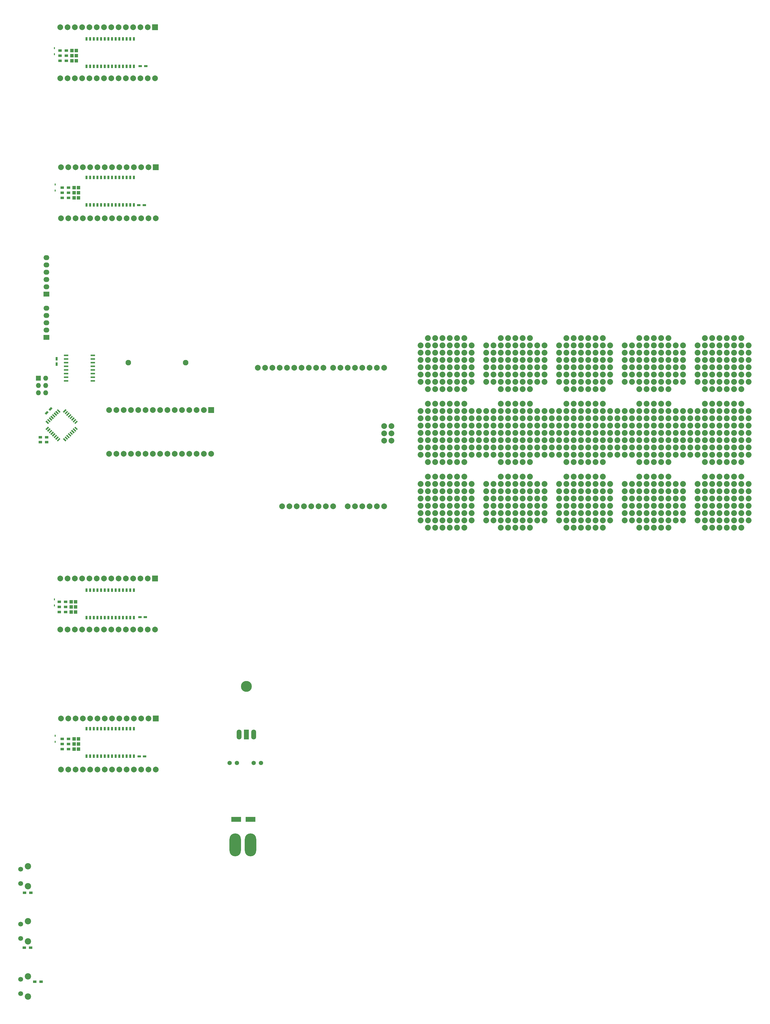
<source format=gts>
G04 #@! TF.FileFunction,Soldermask,Top*
%FSLAX46Y46*%
G04 Gerber Fmt 4.6, Leading zero omitted, Abs format (unit mm)*
G04 Created by KiCad (PCBNEW (2015-10-10 BZR 6258)-product) date Friday, October 16, 2015 'PMt' 06:39:56 PM*
%MOMM*%
G01*
G04 APERTURE LIST*
%ADD10C,0.100000*%
%ADD11C,0.150000*%
%ADD12C,2.032000*%
%ADD13C,2.000000*%
%ADD14R,3.500120X1.800860*%
%ADD15R,0.450000X0.750000*%
%ADD16R,1.500000X0.600000*%
%ADD17R,2.000000X2.000000*%
%ADD18R,1.250000X1.250000*%
%ADD19C,2.200000*%
%ADD20C,1.700000*%
%ADD21C,1.950000*%
%ADD22C,1.501140*%
%ADD23R,1.699260X3.500120*%
%ADD24O,1.699260X3.500120*%
%ADD25C,3.799840*%
%ADD26R,1.727200X1.727200*%
%ADD27O,1.727200X1.727200*%
%ADD28R,0.762000X1.270000*%
%ADD29R,1.200000X0.750000*%
%ADD30R,0.750000X1.200000*%
%ADD31R,1.200000X0.900000*%
%ADD32O,4.000000X8.000000*%
%ADD33R,2.032000X1.727200*%
%ADD34O,2.032000X1.727200*%
G04 APERTURE END LIST*
D10*
D11*
X19634700Y-376709000D02*
G75*
G03X19634700Y-376709000I-444500J0D01*
G01*
X19634700Y-371709000D02*
G75*
G03X19634700Y-371709000I-444500J0D01*
G01*
X22325200Y-370709000D02*
G75*
G03X22325200Y-370709000I-635000J0D01*
G01*
X22325200Y-377709000D02*
G75*
G03X22325200Y-377709000I-635000J0D01*
G01*
X19634700Y-395899000D02*
G75*
G03X19634700Y-395899000I-444500J0D01*
G01*
X19634700Y-390899000D02*
G75*
G03X19634700Y-390899000I-444500J0D01*
G01*
X22325200Y-389899000D02*
G75*
G03X22325200Y-389899000I-635000J0D01*
G01*
X22325200Y-396899000D02*
G75*
G03X22325200Y-396899000I-635000J0D01*
G01*
X19634700Y-415089000D02*
G75*
G03X19634700Y-415089000I-444500J0D01*
G01*
X19634700Y-410089000D02*
G75*
G03X19634700Y-410089000I-444500J0D01*
G01*
X22325200Y-409089000D02*
G75*
G03X22325200Y-409089000I-635000J0D01*
G01*
X22325200Y-416089000D02*
G75*
G03X22325200Y-416089000I-635000J0D01*
G01*
D12*
X257596600Y-229952800D03*
X267756600Y-229952800D03*
X265216600Y-229952800D03*
X262676600Y-229952800D03*
X270296600Y-229952800D03*
X260136600Y-229952800D03*
X234736600Y-229952800D03*
X244896600Y-229952800D03*
X242356600Y-229952800D03*
X237276600Y-229952800D03*
X239816600Y-229952800D03*
X219496600Y-245192800D03*
X222036600Y-250272800D03*
X219496600Y-250272800D03*
X222036600Y-245192800D03*
X222036600Y-247732800D03*
X219496600Y-247732800D03*
X214416600Y-252812800D03*
X216956600Y-250272800D03*
X214416600Y-250272800D03*
X216956600Y-247732800D03*
X214416600Y-247732800D03*
X214416600Y-245192800D03*
X216956600Y-245192800D03*
X201716600Y-250272800D03*
X199176600Y-250272800D03*
X211876600Y-250272800D03*
X211876600Y-252812800D03*
X209336600Y-252812800D03*
X209336600Y-250272800D03*
X201716600Y-245192800D03*
X196636600Y-250272800D03*
X199176600Y-247732800D03*
X201716600Y-247732800D03*
X196636600Y-247732800D03*
X206796600Y-250272800D03*
X206796600Y-247732800D03*
X206796600Y-245192800D03*
X209336600Y-247732800D03*
X211876600Y-245192800D03*
X209336600Y-245192800D03*
X211876600Y-247732800D03*
X222036600Y-252812800D03*
X216956600Y-252812800D03*
X219496600Y-252812800D03*
X186476600Y-250272800D03*
X186476600Y-252812800D03*
X181396600Y-250272800D03*
X183936600Y-250272800D03*
X189016600Y-252812800D03*
X183936600Y-247732800D03*
X181396600Y-247732800D03*
X181396600Y-245192800D03*
X183936600Y-245192800D03*
X181396600Y-237572800D03*
X183936600Y-237572800D03*
X181396600Y-240112800D03*
X181396600Y-242652800D03*
X183936600Y-240112800D03*
X183936600Y-242652800D03*
X189016600Y-237572800D03*
X186476600Y-237572800D03*
X186476600Y-242652800D03*
X189016600Y-242652800D03*
X186476600Y-240112800D03*
X189016600Y-240112800D03*
X216956600Y-242652800D03*
X214416600Y-242652800D03*
X214416600Y-240112800D03*
X216956600Y-240112800D03*
X211876600Y-240112800D03*
X209336600Y-242652800D03*
X209336600Y-240112800D03*
X211876600Y-242652800D03*
X201716600Y-237572800D03*
X201716600Y-242652800D03*
X201716600Y-240112800D03*
X214416600Y-235032800D03*
X216956600Y-237572800D03*
X211876600Y-237572800D03*
X216956600Y-235032800D03*
X211876600Y-235032800D03*
X214416600Y-237572800D03*
X209336600Y-235032800D03*
X206796600Y-237572800D03*
X206796600Y-240112800D03*
X206796600Y-242652800D03*
X209336600Y-237572800D03*
X176316600Y-237572800D03*
X173776600Y-235032800D03*
X171236600Y-237572800D03*
X173776600Y-240112800D03*
X171236600Y-235032800D03*
X173776600Y-237572800D03*
X173776600Y-242652800D03*
X171236600Y-240112800D03*
X171236600Y-242652800D03*
X176316600Y-240112800D03*
X176316600Y-242652800D03*
X166156600Y-250272800D03*
X166156600Y-247732800D03*
X168696600Y-252812800D03*
X168696600Y-250272800D03*
X166156600Y-252812800D03*
X176316600Y-245192800D03*
X171236600Y-245192800D03*
X173776600Y-247732800D03*
X173776600Y-245192800D03*
X176316600Y-247732800D03*
X171236600Y-247732800D03*
X171236600Y-252812800D03*
X171236600Y-250272800D03*
X173776600Y-252812800D03*
X173776600Y-250272800D03*
X176316600Y-250272800D03*
X161076600Y-235032800D03*
X158536600Y-237572800D03*
X158536600Y-240112800D03*
X161076600Y-240112800D03*
X161076600Y-237572800D03*
X163616600Y-240112800D03*
X166156600Y-242652800D03*
X168696600Y-245192800D03*
X168696600Y-242652800D03*
X166156600Y-245192800D03*
X168696600Y-247732800D03*
X161076600Y-247732800D03*
X158536600Y-247732800D03*
X158536600Y-245192800D03*
X158536600Y-242652800D03*
X163616600Y-250272800D03*
X163616600Y-252812800D03*
X161076600Y-252812800D03*
X158536600Y-250272800D03*
X161076600Y-250272800D03*
X161076600Y-245192800D03*
X163616600Y-245192800D03*
X163616600Y-242652800D03*
X161076600Y-242652800D03*
X163616600Y-247732800D03*
X163616600Y-235032800D03*
X168696600Y-237572800D03*
X166156600Y-237572800D03*
X168696600Y-235032800D03*
X166156600Y-235032800D03*
X168696600Y-240112800D03*
X166156600Y-240112800D03*
X163616600Y-237572800D03*
X189016600Y-235032800D03*
X191556600Y-235032800D03*
X194096600Y-235032800D03*
X191556600Y-237572800D03*
X186476600Y-235032800D03*
X194096600Y-237572800D03*
X194096600Y-240112800D03*
X199176600Y-242652800D03*
X196636600Y-242652800D03*
X196636600Y-245192800D03*
X199176600Y-245192800D03*
X194096600Y-242652800D03*
X189016600Y-247732800D03*
X189016600Y-250272800D03*
X186476600Y-247732800D03*
X186476600Y-245192800D03*
X189016600Y-245192800D03*
X191556600Y-247732800D03*
X194096600Y-247732800D03*
X191556600Y-252812800D03*
X196636600Y-252812800D03*
X194096600Y-250272800D03*
X194096600Y-252812800D03*
X191556600Y-250272800D03*
X191556600Y-240112800D03*
X191556600Y-242652800D03*
X194096600Y-245192800D03*
X191556600Y-245192800D03*
X196636600Y-237572800D03*
X196636600Y-235032800D03*
X199176600Y-237572800D03*
X199176600Y-240112800D03*
X196636600Y-240112800D03*
X272836600Y-245192800D03*
X272836600Y-250272800D03*
X272836600Y-247732800D03*
X270296600Y-252812800D03*
X270296600Y-235032800D03*
X272836600Y-237572800D03*
X267756600Y-235032800D03*
X270296600Y-250272800D03*
X267756600Y-247732800D03*
X270296600Y-247732800D03*
X267756600Y-250272800D03*
X267756600Y-252812800D03*
X262676600Y-235032800D03*
X265216600Y-237572800D03*
X265216600Y-235032800D03*
X262676600Y-240112800D03*
X262676600Y-242652800D03*
X262676600Y-237572800D03*
X265216600Y-242652800D03*
X265216600Y-240112800D03*
X270296600Y-237572800D03*
X267756600Y-237572800D03*
X272836600Y-240112800D03*
X267756600Y-240112800D03*
X270296600Y-240112800D03*
X272836600Y-242652800D03*
X270296600Y-245192800D03*
X270296600Y-242652800D03*
X267756600Y-242652800D03*
X265216600Y-245192800D03*
X267756600Y-245192800D03*
X229656600Y-250272800D03*
X229656600Y-247732800D03*
X232196600Y-247732800D03*
X232196600Y-250272800D03*
X234736600Y-250272800D03*
X234736600Y-252812800D03*
X239816600Y-250272800D03*
X237276600Y-252812800D03*
X239816600Y-252812800D03*
X237276600Y-247732800D03*
X237276600Y-250272800D03*
X239816600Y-247732800D03*
X237276600Y-235032800D03*
X239816600Y-235032800D03*
X239816600Y-237572800D03*
X234736600Y-240112800D03*
X239816600Y-240112800D03*
X237276600Y-240112800D03*
X234736600Y-237572800D03*
X237276600Y-237572800D03*
X229656600Y-245192800D03*
X232196600Y-245192800D03*
X229656600Y-242652800D03*
X234736600Y-245192800D03*
X232196600Y-242652800D03*
X234736600Y-247732800D03*
X234736600Y-242652800D03*
X239816600Y-245192800D03*
X237276600Y-242652800D03*
X237276600Y-245192800D03*
X239816600Y-242652800D03*
X234736600Y-235032800D03*
X232196600Y-240112800D03*
X232196600Y-237572800D03*
X229656600Y-240112800D03*
X229656600Y-237572800D03*
X265216600Y-252812800D03*
X265216600Y-250272800D03*
X257596600Y-252812800D03*
X262676600Y-250272800D03*
X265216600Y-247732800D03*
X262676600Y-252812800D03*
X260136600Y-252812800D03*
X260136600Y-247732800D03*
X257596600Y-250272800D03*
X262676600Y-247732800D03*
X262676600Y-245192800D03*
X260136600Y-245192800D03*
X257596600Y-245192800D03*
X257596600Y-247732800D03*
X260136600Y-250272800D03*
X255056600Y-250272800D03*
X249976600Y-250272800D03*
X247436600Y-250272800D03*
X242356600Y-252812800D03*
X242356600Y-250272800D03*
X244896600Y-252812800D03*
X244896600Y-250272800D03*
X249976600Y-247732800D03*
X255056600Y-247732800D03*
X255056600Y-245192800D03*
X255056600Y-242652800D03*
X249976600Y-245192800D03*
X244896600Y-247732800D03*
X247436600Y-247732800D03*
X242356600Y-247732800D03*
X242356600Y-245192800D03*
X244896600Y-242652800D03*
X247436600Y-242652800D03*
X244896600Y-245192800D03*
X247436600Y-245192800D03*
X242356600Y-242652800D03*
X242356600Y-235032800D03*
X244896600Y-235032800D03*
X242356600Y-237572800D03*
X249976600Y-242652800D03*
X249976600Y-237572800D03*
X249976600Y-240112800D03*
X257596600Y-235032800D03*
X260136600Y-237572800D03*
X257596600Y-242652800D03*
X257596600Y-240112800D03*
X260136600Y-240112800D03*
X260136600Y-235032800D03*
X257596600Y-237572800D03*
X260136600Y-242652800D03*
X247436600Y-237572800D03*
X247436600Y-240112800D03*
X244896600Y-237572800D03*
X242356600Y-240112800D03*
X244896600Y-240112800D03*
X255056600Y-237572800D03*
X255056600Y-240112800D03*
X224576600Y-240112800D03*
X224576600Y-237572800D03*
X219496600Y-235032800D03*
X222036600Y-237572800D03*
X219496600Y-240112800D03*
X222036600Y-235032800D03*
X219496600Y-237572800D03*
X222036600Y-240112800D03*
X224576600Y-245192800D03*
X224576600Y-247732800D03*
X219496600Y-242652800D03*
X222036600Y-242652800D03*
X224576600Y-242652800D03*
X224576600Y-250272800D03*
X186476600Y-186772800D03*
X189016600Y-186772800D03*
X214416600Y-186772800D03*
X216956600Y-186772800D03*
X211876600Y-186772800D03*
X209336600Y-186772800D03*
X173776600Y-186772800D03*
X171236600Y-186772800D03*
X161076600Y-186772800D03*
X163616600Y-186772800D03*
X168696600Y-186772800D03*
X166156600Y-186772800D03*
X191556600Y-186772800D03*
X194096600Y-186772800D03*
X196636600Y-186772800D03*
X262676600Y-186772800D03*
X265216600Y-186772800D03*
X270296600Y-186772800D03*
X267756600Y-186772800D03*
X237276600Y-186772800D03*
X239816600Y-186772800D03*
X234736600Y-186772800D03*
X257596600Y-186772800D03*
X260136600Y-186772800D03*
X242356600Y-186772800D03*
X244896600Y-186772800D03*
X219496600Y-186772800D03*
X222036600Y-186772800D03*
X272836600Y-194392800D03*
X272836600Y-196932800D03*
X272836600Y-191852800D03*
X272836600Y-189312800D03*
X272836600Y-199472800D03*
X272836600Y-202012800D03*
X262676600Y-189312800D03*
X265216600Y-191852800D03*
X262676600Y-194392800D03*
X262676600Y-191852800D03*
X265216600Y-189312800D03*
X267756600Y-189312800D03*
X270296600Y-189312800D03*
X265216600Y-194392800D03*
X270296600Y-194392800D03*
X270296600Y-191852800D03*
X267756600Y-191852800D03*
X267756600Y-194392800D03*
X270296600Y-199472800D03*
X267756600Y-199472800D03*
X270296600Y-196932800D03*
X265216600Y-196932800D03*
X267756600Y-196932800D03*
X255056600Y-202012800D03*
X260136600Y-199472800D03*
X257596600Y-194392800D03*
X260136600Y-194392800D03*
X260136600Y-196932800D03*
X255056600Y-199472800D03*
X257596600Y-196932800D03*
X255056600Y-196932800D03*
X257596600Y-199472800D03*
X255056600Y-194392800D03*
X260136600Y-202012800D03*
X260136600Y-204552800D03*
X257596600Y-202012800D03*
X257596600Y-204552800D03*
X262676600Y-202012800D03*
X262676600Y-199472800D03*
X262676600Y-196932800D03*
X265216600Y-199472800D03*
X270296600Y-204552800D03*
X270296600Y-202012800D03*
X262676600Y-204552800D03*
X265216600Y-204552800D03*
X267756600Y-202012800D03*
X267756600Y-204552800D03*
X265216600Y-202012800D03*
X249976600Y-194392800D03*
X249976600Y-196932800D03*
X249976600Y-189312800D03*
X249976600Y-191852800D03*
X249976600Y-202012800D03*
X249976600Y-199472800D03*
X255056600Y-191852800D03*
X255056600Y-189312800D03*
X260136600Y-191852800D03*
X257596600Y-189312800D03*
X257596600Y-191852800D03*
X260136600Y-189312800D03*
X239816600Y-189312800D03*
X242356600Y-191852800D03*
X239816600Y-194392800D03*
X239816600Y-191852800D03*
X242356600Y-189312800D03*
X244896600Y-189312800D03*
X247436600Y-189312800D03*
X242356600Y-194392800D03*
X247436600Y-194392800D03*
X247436600Y-191852800D03*
X244896600Y-191852800D03*
X244896600Y-194392800D03*
X247436600Y-199472800D03*
X244896600Y-199472800D03*
X247436600Y-196932800D03*
X242356600Y-196932800D03*
X244896600Y-196932800D03*
X232196600Y-202012800D03*
X229656600Y-202012800D03*
X237276600Y-199472800D03*
X234736600Y-194392800D03*
X237276600Y-194392800D03*
X237276600Y-196932800D03*
X229656600Y-199472800D03*
X229656600Y-196932800D03*
X229656600Y-194392800D03*
X232196600Y-199472800D03*
X234736600Y-196932800D03*
X232196600Y-196932800D03*
X234736600Y-199472800D03*
X232196600Y-194392800D03*
X237276600Y-202012800D03*
X237276600Y-204552800D03*
X234736600Y-202012800D03*
X234736600Y-204552800D03*
X239816600Y-202012800D03*
X239816600Y-199472800D03*
X239816600Y-196932800D03*
X242356600Y-199472800D03*
X247436600Y-202012800D03*
X239816600Y-204552800D03*
X242356600Y-204552800D03*
X244896600Y-202012800D03*
X244896600Y-204552800D03*
X242356600Y-202012800D03*
X229656600Y-191852800D03*
X229656600Y-189312800D03*
X232196600Y-191852800D03*
X232196600Y-189312800D03*
X237276600Y-191852800D03*
X234736600Y-189312800D03*
X234736600Y-191852800D03*
X237276600Y-189312800D03*
X216956600Y-189312800D03*
X219496600Y-191852800D03*
X216956600Y-194392800D03*
X216956600Y-191852800D03*
X219496600Y-189312800D03*
X222036600Y-189312800D03*
X224576600Y-189312800D03*
X219496600Y-194392800D03*
X224576600Y-194392800D03*
X224576600Y-191852800D03*
X222036600Y-191852800D03*
X222036600Y-194392800D03*
X224576600Y-199472800D03*
X222036600Y-199472800D03*
X224576600Y-196932800D03*
X219496600Y-196932800D03*
X222036600Y-196932800D03*
X209336600Y-204552800D03*
X209336600Y-202012800D03*
X206796600Y-202012800D03*
X214416600Y-199472800D03*
X211876600Y-194392800D03*
X214416600Y-194392800D03*
X214416600Y-196932800D03*
X206796600Y-199472800D03*
X206796600Y-196932800D03*
X206796600Y-194392800D03*
X209336600Y-199472800D03*
X211876600Y-196932800D03*
X209336600Y-196932800D03*
X211876600Y-199472800D03*
X209336600Y-194392800D03*
X214416600Y-202012800D03*
X214416600Y-204552800D03*
X211876600Y-202012800D03*
X211876600Y-204552800D03*
X216956600Y-202012800D03*
X216956600Y-199472800D03*
X216956600Y-196932800D03*
X219496600Y-199472800D03*
X224576600Y-202012800D03*
X216956600Y-204552800D03*
X219496600Y-204552800D03*
X222036600Y-202012800D03*
X222036600Y-204552800D03*
X219496600Y-202012800D03*
X206796600Y-191852800D03*
X206796600Y-189312800D03*
X209336600Y-191852800D03*
X209336600Y-189312800D03*
X214416600Y-191852800D03*
X211876600Y-189312800D03*
X211876600Y-191852800D03*
X214416600Y-189312800D03*
X194096600Y-189312800D03*
X196636600Y-191852800D03*
X194096600Y-194392800D03*
X194096600Y-191852800D03*
X196636600Y-189312800D03*
X199176600Y-189312800D03*
X201716600Y-189312800D03*
X196636600Y-194392800D03*
X201716600Y-194392800D03*
X201716600Y-191852800D03*
X199176600Y-191852800D03*
X199176600Y-194392800D03*
X201716600Y-199472800D03*
X199176600Y-199472800D03*
X201716600Y-196932800D03*
X196636600Y-196932800D03*
X199176600Y-196932800D03*
X186476600Y-204552800D03*
X186476600Y-202012800D03*
X183936600Y-202012800D03*
X191556600Y-199472800D03*
X189016600Y-194392800D03*
X191556600Y-194392800D03*
X191556600Y-196932800D03*
X183936600Y-199472800D03*
X183936600Y-196932800D03*
X183936600Y-194392800D03*
X186476600Y-199472800D03*
X189016600Y-196932800D03*
X186476600Y-196932800D03*
X189016600Y-199472800D03*
X186476600Y-194392800D03*
X191556600Y-202012800D03*
X191556600Y-204552800D03*
X189016600Y-202012800D03*
X189016600Y-204552800D03*
X194096600Y-202012800D03*
X194096600Y-199472800D03*
X194096600Y-196932800D03*
X196636600Y-199472800D03*
X201716600Y-202012800D03*
X194096600Y-204552800D03*
X196636600Y-204552800D03*
X199176600Y-202012800D03*
X196636600Y-202012800D03*
X181396600Y-194392800D03*
X181396600Y-196932800D03*
X183936600Y-191852800D03*
X181396600Y-189312800D03*
X181396600Y-191852800D03*
X183936600Y-189312800D03*
X181396600Y-202012800D03*
X181396600Y-199472800D03*
X186476600Y-191852800D03*
X186476600Y-189312800D03*
X191556600Y-191852800D03*
X189016600Y-189312800D03*
X189016600Y-191852800D03*
X191556600Y-189312800D03*
X171236600Y-189312800D03*
X173776600Y-191852800D03*
X171236600Y-194392800D03*
X171236600Y-191852800D03*
X173776600Y-189312800D03*
X176316600Y-189312800D03*
X173776600Y-194392800D03*
X176316600Y-191852800D03*
X176316600Y-194392800D03*
X176316600Y-199472800D03*
X173776600Y-196932800D03*
X176316600Y-196932800D03*
X161076600Y-204552800D03*
X163616600Y-204552800D03*
X163616600Y-202012800D03*
X161076600Y-202012800D03*
X168696600Y-199472800D03*
X166156600Y-194392800D03*
X168696600Y-194392800D03*
X168696600Y-196932800D03*
X161076600Y-199472800D03*
X161076600Y-196932800D03*
X161076600Y-194392800D03*
X163616600Y-199472800D03*
X166156600Y-196932800D03*
X163616600Y-196932800D03*
X166156600Y-199472800D03*
X163616600Y-194392800D03*
X168696600Y-202012800D03*
X168696600Y-204552800D03*
X166156600Y-202012800D03*
X166156600Y-204552800D03*
X171236600Y-202012800D03*
X171236600Y-199472800D03*
X171236600Y-196932800D03*
X173776600Y-199472800D03*
X171236600Y-204552800D03*
X173776600Y-204552800D03*
X176316600Y-202012800D03*
X173776600Y-202012800D03*
X158536600Y-194392800D03*
X158536600Y-196932800D03*
X161076600Y-191852800D03*
X158536600Y-189312800D03*
X158536600Y-191852800D03*
X161076600Y-189312800D03*
X158536600Y-202012800D03*
X158536600Y-199472800D03*
X163616600Y-191852800D03*
X163616600Y-189312800D03*
X168696600Y-191852800D03*
X166156600Y-189312800D03*
X166156600Y-191852800D03*
X168696600Y-189312800D03*
X209336600Y-229952800D03*
X214416600Y-229952800D03*
X216956600Y-229952800D03*
X211876600Y-229952800D03*
X219496600Y-229952800D03*
X222036600Y-229952800D03*
X189016600Y-229952800D03*
X186476600Y-229952800D03*
X196636600Y-229952800D03*
X194096600Y-229952800D03*
X191556600Y-229952800D03*
X234736600Y-209632800D03*
X237276600Y-209632800D03*
X244896600Y-209632800D03*
X242356600Y-209632800D03*
X239816600Y-209632800D03*
X257596600Y-209632800D03*
X260136600Y-209632800D03*
X270296600Y-209632800D03*
X267756600Y-209632800D03*
X265216600Y-209632800D03*
X262676600Y-209632800D03*
X209336600Y-209632800D03*
X214416600Y-209632800D03*
X211876600Y-209632800D03*
X219496600Y-209632800D03*
X216956600Y-209632800D03*
X222036600Y-209632800D03*
X191556600Y-209632800D03*
X194096600Y-209632800D03*
X196636600Y-209632800D03*
X186476600Y-209632800D03*
X189016600Y-209632800D03*
X161076600Y-209632800D03*
X166156600Y-209632800D03*
X168696600Y-209632800D03*
X163616600Y-209632800D03*
X173776600Y-209632800D03*
X171236600Y-209632800D03*
X272836600Y-214712800D03*
X272836600Y-217252800D03*
X272836600Y-219792800D03*
X272836600Y-224872800D03*
X272836600Y-222332800D03*
X272836600Y-227412800D03*
X272836600Y-212172800D03*
X161076600Y-229952800D03*
X171236600Y-229952800D03*
X173776600Y-229952800D03*
X163616600Y-229952800D03*
X166156600Y-229952800D03*
X168696600Y-229952800D03*
X267756600Y-217252800D03*
X270296600Y-212172800D03*
X270296600Y-214712800D03*
X267756600Y-214712800D03*
X267756600Y-212172800D03*
X265216600Y-214712800D03*
X270296600Y-217252800D03*
X260136600Y-212172800D03*
X260136600Y-214712800D03*
X262676600Y-214712800D03*
X265216600Y-212172800D03*
X262676600Y-217252800D03*
X260136600Y-217252800D03*
X262676600Y-212172800D03*
X265216600Y-217252800D03*
X257596600Y-212172800D03*
X257596600Y-214712800D03*
X255056600Y-212172800D03*
X255056600Y-214712800D03*
X255056600Y-217252800D03*
X257596600Y-217252800D03*
X252516600Y-222332800D03*
X252516600Y-219792800D03*
X249976600Y-219792800D03*
X247436600Y-222332800D03*
X249976600Y-222332800D03*
X247436600Y-219792800D03*
X252516600Y-224872800D03*
X249976600Y-227412800D03*
X244896600Y-224872800D03*
X247436600Y-227412800D03*
X249976600Y-224872800D03*
X247436600Y-224872800D03*
X252516600Y-227412800D03*
X244896600Y-227412800D03*
X265216600Y-224872800D03*
X262676600Y-222332800D03*
X262676600Y-224872800D03*
X260136600Y-224872800D03*
X265216600Y-222332800D03*
X257596600Y-227412800D03*
X257596600Y-222332800D03*
X257596600Y-219792800D03*
X255056600Y-219792800D03*
X257596600Y-224872800D03*
X255056600Y-224872800D03*
X260136600Y-227412800D03*
X255056600Y-222332800D03*
X265216600Y-219792800D03*
X260136600Y-222332800D03*
X262676600Y-219792800D03*
X260136600Y-219792800D03*
X270296600Y-224872800D03*
X270296600Y-222332800D03*
X267756600Y-224872800D03*
X267756600Y-222332800D03*
X270296600Y-219792800D03*
X267756600Y-219792800D03*
X265216600Y-227412800D03*
X270296600Y-227412800D03*
X267756600Y-227412800D03*
X262676600Y-227412800D03*
X255056600Y-227412800D03*
X249976600Y-214712800D03*
X244896600Y-219792800D03*
X242356600Y-219792800D03*
X244896600Y-217252800D03*
X247436600Y-217252800D03*
X242356600Y-214712800D03*
X242356600Y-212172800D03*
X239816600Y-212172800D03*
X242356600Y-222332800D03*
X242356600Y-224872800D03*
X244896600Y-222332800D03*
X239816600Y-222332800D03*
X242356600Y-227412800D03*
X239816600Y-224872800D03*
X237276600Y-217252800D03*
X234736600Y-212172800D03*
X234736600Y-214712800D03*
X234736600Y-217252800D03*
X237276600Y-214712800D03*
X234736600Y-219792800D03*
X234736600Y-222332800D03*
X237276600Y-222332800D03*
X237276600Y-219792800D03*
X239816600Y-219792800D03*
X234736600Y-227412800D03*
X234736600Y-224872800D03*
X239816600Y-227412800D03*
X237276600Y-227412800D03*
X237276600Y-224872800D03*
X252516600Y-212172800D03*
X249976600Y-212172800D03*
X252516600Y-214712800D03*
X249976600Y-217252800D03*
X252516600Y-217252800D03*
X247436600Y-212172800D03*
X244896600Y-214712800D03*
X242356600Y-217252800D03*
X247436600Y-214712800D03*
X244896600Y-212172800D03*
X239816600Y-214712800D03*
X239816600Y-217252800D03*
X237276600Y-212172800D03*
X224576600Y-222332800D03*
X224576600Y-219792800D03*
X222036600Y-219792800D03*
X222036600Y-222332800D03*
X219496600Y-219792800D03*
X222036600Y-224872800D03*
X224576600Y-227412800D03*
X219496600Y-224872800D03*
X224576600Y-224872800D03*
X222036600Y-227412800D03*
X219496600Y-227412800D03*
X216956600Y-224872800D03*
X216956600Y-227412800D03*
X219496600Y-212172800D03*
X222036600Y-212172800D03*
X224576600Y-217252800D03*
X224576600Y-214712800D03*
X222036600Y-217252800D03*
X219496600Y-214712800D03*
X222036600Y-214712800D03*
X224576600Y-212172800D03*
X214416600Y-212172800D03*
X214416600Y-217252800D03*
X211876600Y-217252800D03*
X216956600Y-212172800D03*
X216956600Y-214712800D03*
X214416600Y-214712800D03*
X211876600Y-212172800D03*
X211876600Y-214712800D03*
X214416600Y-222332800D03*
X214416600Y-219792800D03*
X211876600Y-219792800D03*
X214416600Y-224872800D03*
X214416600Y-227412800D03*
X211876600Y-224872800D03*
X211876600Y-227412800D03*
X211876600Y-222332800D03*
X216956600Y-222332800D03*
X219496600Y-217252800D03*
X216956600Y-219792800D03*
X219496600Y-222332800D03*
X216956600Y-217252800D03*
X204256600Y-222332800D03*
X206796600Y-219792800D03*
X206796600Y-222332800D03*
X209336600Y-219792800D03*
X209336600Y-222332800D03*
X204256600Y-219792800D03*
X206796600Y-217252800D03*
X204256600Y-217252800D03*
X209336600Y-217252800D03*
X204256600Y-214712800D03*
X209336600Y-224872800D03*
X206796600Y-224872800D03*
X204256600Y-227412800D03*
X204256600Y-224872800D03*
X209336600Y-227412800D03*
X206796600Y-227412800D03*
X206796600Y-212172800D03*
X209336600Y-212172800D03*
X204256600Y-212172800D03*
X209336600Y-214712800D03*
X206796600Y-214712800D03*
X194096600Y-222332800D03*
X194096600Y-227412800D03*
X196636600Y-227412800D03*
X196636600Y-224872800D03*
X194096600Y-224872800D03*
X201716600Y-222332800D03*
X199176600Y-219792800D03*
X196636600Y-219792800D03*
X196636600Y-222332800D03*
X199176600Y-222332800D03*
X196636600Y-212172800D03*
X194096600Y-212172800D03*
X194096600Y-219792800D03*
X194096600Y-214712800D03*
X194096600Y-217252800D03*
X201716600Y-224872800D03*
X201716600Y-227412800D03*
X199176600Y-227412800D03*
X199176600Y-224872800D03*
X199176600Y-217252800D03*
X196636600Y-217252800D03*
X199176600Y-214712800D03*
X196636600Y-214712800D03*
X201716600Y-212172800D03*
X201716600Y-219792800D03*
X201716600Y-214712800D03*
X201716600Y-217252800D03*
X199176600Y-212172800D03*
X227116600Y-227412800D03*
X232196600Y-227412800D03*
X229656600Y-227412800D03*
X232196600Y-224872800D03*
X229656600Y-217252800D03*
X227116600Y-219792800D03*
X229656600Y-219792800D03*
X232196600Y-217252800D03*
X232196600Y-219792800D03*
X227116600Y-217252800D03*
X232196600Y-222332800D03*
X229656600Y-224872800D03*
X229656600Y-222332800D03*
X227116600Y-224872800D03*
X227116600Y-222332800D03*
X229656600Y-214712800D03*
X227116600Y-212172800D03*
X232196600Y-214712800D03*
X232196600Y-212172800D03*
X229656600Y-212172800D03*
X227116600Y-214712800D03*
X176316600Y-212172800D03*
X178856600Y-212172800D03*
X178856600Y-214712800D03*
X173776600Y-212172800D03*
X173776600Y-214712800D03*
X176316600Y-214712800D03*
X181396600Y-224872800D03*
X181396600Y-222332800D03*
X181396600Y-227412800D03*
X178856600Y-224872800D03*
X178856600Y-227412800D03*
X173776600Y-222332800D03*
X173776600Y-219792800D03*
X178856600Y-219792800D03*
X176316600Y-219792800D03*
X176316600Y-222332800D03*
X178856600Y-222332800D03*
X173776600Y-224872800D03*
X173776600Y-227412800D03*
X176316600Y-224872800D03*
X176316600Y-227412800D03*
X181396600Y-217252800D03*
X176316600Y-217252800D03*
X178856600Y-217252800D03*
X173776600Y-217252800D03*
X181396600Y-214712800D03*
X186476600Y-224872800D03*
X183936600Y-227412800D03*
X183936600Y-224872800D03*
X186476600Y-227412800D03*
X189016600Y-227412800D03*
X189016600Y-214712800D03*
X189016600Y-217252800D03*
X189016600Y-219792800D03*
X191556600Y-217252800D03*
X191556600Y-219792800D03*
X191556600Y-214712800D03*
X191556600Y-212172800D03*
X189016600Y-212172800D03*
X183936600Y-212172800D03*
X183936600Y-214712800D03*
X186476600Y-217252800D03*
X186476600Y-214712800D03*
X183936600Y-217252800D03*
X186476600Y-212172800D03*
X181396600Y-212172800D03*
X183936600Y-222332800D03*
X183936600Y-219792800D03*
X186476600Y-219792800D03*
X186476600Y-222332800D03*
X181396600Y-219792800D03*
X191556600Y-222332800D03*
X189016600Y-224872800D03*
X191556600Y-227412800D03*
X189016600Y-222332800D03*
X191556600Y-224872800D03*
X168696600Y-214712800D03*
X168696600Y-212172800D03*
X168696600Y-217252800D03*
X168696600Y-219792800D03*
X171236600Y-217252800D03*
X171236600Y-219792800D03*
X171236600Y-214712800D03*
X163616600Y-212172800D03*
X171236600Y-222332800D03*
X166156600Y-212172800D03*
X171236600Y-212172800D03*
X171236600Y-224872800D03*
X171236600Y-227412800D03*
X168696600Y-227412800D03*
X168696600Y-224872800D03*
X163616600Y-224872800D03*
X166156600Y-224872800D03*
X163616600Y-227412800D03*
X166156600Y-227412800D03*
X163616600Y-217252800D03*
X163616600Y-214712800D03*
X166156600Y-214712800D03*
X166156600Y-217252800D03*
X168696600Y-222332800D03*
X163616600Y-219792800D03*
X166156600Y-219792800D03*
X166156600Y-222332800D03*
X163616600Y-222332800D03*
X161076600Y-217252800D03*
X158536600Y-214712800D03*
X158536600Y-212172800D03*
X161076600Y-214712800D03*
X161076600Y-212172800D03*
X158536600Y-217252800D03*
X161076600Y-227412800D03*
X158536600Y-224872800D03*
X158536600Y-222332800D03*
X158536600Y-219792800D03*
X161076600Y-219792800D03*
X161076600Y-224872800D03*
X161076600Y-222332800D03*
X158536600Y-227412800D03*
D13*
X110276600Y-245319800D03*
X112816600Y-245319800D03*
X115356600Y-245319800D03*
X117896600Y-245319800D03*
X120436600Y-245319800D03*
X122976600Y-245319800D03*
X125516600Y-245319800D03*
X128056600Y-245319800D03*
X133136600Y-245319800D03*
X135676600Y-245319800D03*
X138216600Y-245319800D03*
X140756600Y-245319800D03*
X143296600Y-245319800D03*
X145836600Y-245319800D03*
X101793000Y-197059800D03*
X104333000Y-197059800D03*
X106873000Y-197059800D03*
X109413000Y-197059800D03*
X111953000Y-197059800D03*
X114493000Y-197059800D03*
X117033000Y-197059800D03*
X119573000Y-197059800D03*
X122113000Y-197059800D03*
X124653000Y-197059800D03*
X128056600Y-197059800D03*
X130596600Y-197059800D03*
X133136600Y-197059800D03*
X135676600Y-197059800D03*
X138216600Y-197059800D03*
X140756600Y-197059800D03*
X143296600Y-197059800D03*
X145836600Y-197059800D03*
X145836600Y-222459800D03*
X145836600Y-219919800D03*
X145836600Y-217379800D03*
X148376600Y-217379800D03*
X148376600Y-219919800D03*
X148376600Y-222459800D03*
D14*
X94218535Y-354415000D03*
X99217255Y-354415000D03*
D15*
X30901600Y-279902800D03*
X30901600Y-277792800D03*
X30901600Y-87878800D03*
X30901600Y-85768800D03*
X31155600Y-135376800D03*
X31155600Y-133266800D03*
X31155600Y-327400800D03*
X31155600Y-325290800D03*
D16*
X35014600Y-192741800D03*
X35014600Y-194011800D03*
X35014600Y-195281800D03*
X35014600Y-196551800D03*
X35014600Y-197821800D03*
X35014600Y-199091800D03*
X35014600Y-200361800D03*
X35014600Y-201631800D03*
X44314600Y-201631800D03*
X44314600Y-200361800D03*
X44314600Y-199091800D03*
X44314600Y-197821800D03*
X44314600Y-196551800D03*
X44314600Y-195281800D03*
X44314600Y-194011800D03*
X44314600Y-192741800D03*
D13*
X65191600Y-227031800D03*
D17*
X85511600Y-211791800D03*
D13*
X82971600Y-211791800D03*
X80431600Y-211791800D03*
X77891600Y-211791800D03*
X75351600Y-211791800D03*
X72811600Y-211791800D03*
X70271600Y-211791800D03*
X67731600Y-211791800D03*
X65191600Y-211791800D03*
X62651600Y-211791800D03*
X60111600Y-211791800D03*
X57571600Y-211791800D03*
X55031600Y-211791800D03*
X52491600Y-211791800D03*
X49951600Y-211791800D03*
X85511600Y-227031800D03*
X82971600Y-227031800D03*
X80431600Y-227031800D03*
X77891600Y-227031800D03*
X75351600Y-227031800D03*
X72811600Y-227031800D03*
X70271600Y-227031800D03*
X67731600Y-227031800D03*
X62651600Y-227031800D03*
X60111600Y-227031800D03*
X57571600Y-227031800D03*
X55031600Y-227031800D03*
X52491600Y-227031800D03*
X49951600Y-227031800D03*
D18*
X37759600Y-134321800D03*
X39283600Y-134321800D03*
X37759600Y-136099800D03*
X39283600Y-136099800D03*
X37759600Y-137877800D03*
X39283600Y-137877800D03*
X37759600Y-326345800D03*
X39283600Y-326345800D03*
X37759600Y-328123800D03*
X39283600Y-328123800D03*
X37759600Y-329901800D03*
X39283600Y-329901800D03*
X36997600Y-86569800D03*
X38521600Y-86569800D03*
X36997600Y-88347800D03*
X38521600Y-88347800D03*
X36997600Y-90125800D03*
X38521600Y-90125800D03*
X36743600Y-278593800D03*
X38267600Y-278593800D03*
X36743600Y-280371800D03*
X38267600Y-280371800D03*
X36743600Y-282149800D03*
X38267600Y-282149800D03*
D19*
X21690200Y-370709000D03*
X21690200Y-377709000D03*
D20*
X19190200Y-371709000D03*
X19190200Y-376709000D03*
D19*
X21690200Y-389899000D03*
X21690200Y-396899000D03*
D20*
X19190200Y-390899000D03*
X19190200Y-395899000D03*
D19*
X21690200Y-409089000D03*
X21690200Y-416089000D03*
D20*
X19190200Y-410089000D03*
X19190200Y-415089000D03*
D21*
X76643600Y-195281800D03*
X56643600Y-195281800D03*
D22*
X102922895Y-334747000D03*
X100382895Y-334747000D03*
D23*
X97828060Y-324821800D03*
D24*
X95288060Y-324821800D03*
X100368060Y-324821800D03*
D25*
X97828060Y-308057800D03*
D26*
X25313600Y-200742800D03*
D27*
X27853600Y-200742800D03*
X25313600Y-203282800D03*
X27853600Y-203282800D03*
X25313600Y-205822800D03*
X27853600Y-205822800D03*
D28*
X58587600Y-130811800D03*
X57317600Y-130811800D03*
X56047600Y-130811800D03*
X54777600Y-130811800D03*
X53507600Y-130811800D03*
X52237600Y-130811800D03*
X50967600Y-130811800D03*
X49697600Y-130811800D03*
X48427600Y-130811800D03*
X47157600Y-130811800D03*
X48427600Y-140371800D03*
X47157600Y-140371800D03*
X45887600Y-140371800D03*
X44617600Y-140371800D03*
X43347600Y-140371800D03*
X42077600Y-140371800D03*
X42077600Y-130811800D03*
X43347600Y-130811800D03*
X44617600Y-130811800D03*
X45887600Y-130811800D03*
X49697600Y-140371800D03*
X50967600Y-140371800D03*
X52237600Y-140371800D03*
X53507600Y-140371800D03*
X54777600Y-140371800D03*
X56047600Y-140371800D03*
X57317600Y-140371800D03*
X58587600Y-140371800D03*
X58587600Y-322835800D03*
X57317600Y-322835800D03*
X56047600Y-322835800D03*
X54777600Y-322835800D03*
X53507600Y-322835800D03*
X52237600Y-322835800D03*
X50967600Y-322835800D03*
X49697600Y-322835800D03*
X48427600Y-322835800D03*
X47157600Y-322835800D03*
X48427600Y-332395800D03*
X47157600Y-332395800D03*
X45887600Y-332395800D03*
X44617600Y-332395800D03*
X43347600Y-332395800D03*
X42077600Y-332395800D03*
X42077600Y-322835800D03*
X43347600Y-322835800D03*
X44617600Y-322835800D03*
X45887600Y-322835800D03*
X49697600Y-332395800D03*
X50967600Y-332395800D03*
X52237600Y-332395800D03*
X53507600Y-332395800D03*
X54777600Y-332395800D03*
X56047600Y-332395800D03*
X57317600Y-332395800D03*
X58587600Y-332395800D03*
D22*
X94527895Y-334747000D03*
X91987895Y-334747000D03*
D10*
G36*
X35125646Y-222410434D02*
X34766436Y-222769644D01*
X33868410Y-221871618D01*
X34227620Y-221512408D01*
X35125646Y-222410434D01*
X35125646Y-222410434D01*
G37*
G36*
X35691331Y-221844748D02*
X35332121Y-222203958D01*
X34434095Y-221305932D01*
X34793305Y-220946722D01*
X35691331Y-221844748D01*
X35691331Y-221844748D01*
G37*
G36*
X36257016Y-221279063D02*
X35897806Y-221638273D01*
X34999780Y-220740247D01*
X35358990Y-220381037D01*
X36257016Y-221279063D01*
X36257016Y-221279063D01*
G37*
G36*
X36822702Y-220713377D02*
X36463492Y-221072587D01*
X35565466Y-220174561D01*
X35924676Y-219815351D01*
X36822702Y-220713377D01*
X36822702Y-220713377D01*
G37*
G36*
X37388387Y-220147692D02*
X37029177Y-220506902D01*
X36131151Y-219608876D01*
X36490361Y-219249666D01*
X37388387Y-220147692D01*
X37388387Y-220147692D01*
G37*
G36*
X37954073Y-219582006D02*
X37594863Y-219941216D01*
X36696837Y-219043190D01*
X37056047Y-218683980D01*
X37954073Y-219582006D01*
X37954073Y-219582006D01*
G37*
G36*
X38519758Y-219016321D02*
X38160548Y-219375531D01*
X37262522Y-218477505D01*
X37621732Y-218118295D01*
X38519758Y-219016321D01*
X38519758Y-219016321D01*
G37*
G36*
X39085444Y-218450636D02*
X38726234Y-218809846D01*
X37828208Y-217911820D01*
X38187418Y-217552610D01*
X39085444Y-218450636D01*
X39085444Y-218450636D01*
G37*
G36*
X39085444Y-215800964D02*
X38187418Y-216698990D01*
X37828208Y-216339780D01*
X38726234Y-215441754D01*
X39085444Y-215800964D01*
X39085444Y-215800964D01*
G37*
G36*
X38519758Y-215235279D02*
X37621732Y-216133305D01*
X37262522Y-215774095D01*
X38160548Y-214876069D01*
X38519758Y-215235279D01*
X38519758Y-215235279D01*
G37*
G36*
X37954073Y-214669594D02*
X37056047Y-215567620D01*
X36696837Y-215208410D01*
X37594863Y-214310384D01*
X37954073Y-214669594D01*
X37954073Y-214669594D01*
G37*
G36*
X37388387Y-214103908D02*
X36490361Y-215001934D01*
X36131151Y-214642724D01*
X37029177Y-213744698D01*
X37388387Y-214103908D01*
X37388387Y-214103908D01*
G37*
G36*
X36822702Y-213538223D02*
X35924676Y-214436249D01*
X35565466Y-214077039D01*
X36463492Y-213179013D01*
X36822702Y-213538223D01*
X36822702Y-213538223D01*
G37*
G36*
X36257016Y-212972537D02*
X35358990Y-213870563D01*
X34999780Y-213511353D01*
X35897806Y-212613327D01*
X36257016Y-212972537D01*
X36257016Y-212972537D01*
G37*
G36*
X35691331Y-212406852D02*
X34793305Y-213304878D01*
X34434095Y-212945668D01*
X35332121Y-212047642D01*
X35691331Y-212406852D01*
X35691331Y-212406852D01*
G37*
G36*
X35125646Y-211841166D02*
X34227620Y-212739192D01*
X33868410Y-212379982D01*
X34766436Y-211481956D01*
X35125646Y-211841166D01*
X35125646Y-211841166D01*
G37*
G36*
X33014790Y-212379982D02*
X32655580Y-212739192D01*
X31757554Y-211841166D01*
X32116764Y-211481956D01*
X33014790Y-212379982D01*
X33014790Y-212379982D01*
G37*
G36*
X32449105Y-212945668D02*
X32089895Y-213304878D01*
X31191869Y-212406852D01*
X31551079Y-212047642D01*
X32449105Y-212945668D01*
X32449105Y-212945668D01*
G37*
G36*
X31883420Y-213511353D02*
X31524210Y-213870563D01*
X30626184Y-212972537D01*
X30985394Y-212613327D01*
X31883420Y-213511353D01*
X31883420Y-213511353D01*
G37*
G36*
X31317734Y-214077039D02*
X30958524Y-214436249D01*
X30060498Y-213538223D01*
X30419708Y-213179013D01*
X31317734Y-214077039D01*
X31317734Y-214077039D01*
G37*
G36*
X30752049Y-214642724D02*
X30392839Y-215001934D01*
X29494813Y-214103908D01*
X29854023Y-213744698D01*
X30752049Y-214642724D01*
X30752049Y-214642724D01*
G37*
G36*
X30186363Y-215208410D02*
X29827153Y-215567620D01*
X28929127Y-214669594D01*
X29288337Y-214310384D01*
X30186363Y-215208410D01*
X30186363Y-215208410D01*
G37*
G36*
X29620678Y-215774095D02*
X29261468Y-216133305D01*
X28363442Y-215235279D01*
X28722652Y-214876069D01*
X29620678Y-215774095D01*
X29620678Y-215774095D01*
G37*
G36*
X29054992Y-216339780D02*
X28695782Y-216698990D01*
X27797756Y-215800964D01*
X28156966Y-215441754D01*
X29054992Y-216339780D01*
X29054992Y-216339780D01*
G37*
G36*
X29054992Y-217911820D02*
X28156966Y-218809846D01*
X27797756Y-218450636D01*
X28695782Y-217552610D01*
X29054992Y-217911820D01*
X29054992Y-217911820D01*
G37*
G36*
X29620678Y-218477505D02*
X28722652Y-219375531D01*
X28363442Y-219016321D01*
X29261468Y-218118295D01*
X29620678Y-218477505D01*
X29620678Y-218477505D01*
G37*
G36*
X30186363Y-219043190D02*
X29288337Y-219941216D01*
X28929127Y-219582006D01*
X29827153Y-218683980D01*
X30186363Y-219043190D01*
X30186363Y-219043190D01*
G37*
G36*
X30752049Y-219608876D02*
X29854023Y-220506902D01*
X29494813Y-220147692D01*
X30392839Y-219249666D01*
X30752049Y-219608876D01*
X30752049Y-219608876D01*
G37*
G36*
X31317734Y-220174561D02*
X30419708Y-221072587D01*
X30060498Y-220713377D01*
X30958524Y-219815351D01*
X31317734Y-220174561D01*
X31317734Y-220174561D01*
G37*
G36*
X31883420Y-220740247D02*
X30985394Y-221638273D01*
X30626184Y-221279063D01*
X31524210Y-220381037D01*
X31883420Y-220740247D01*
X31883420Y-220740247D01*
G37*
G36*
X32449105Y-221305932D02*
X31551079Y-222203958D01*
X31191869Y-221844748D01*
X32089895Y-220946722D01*
X32449105Y-221305932D01*
X32449105Y-221305932D01*
G37*
G36*
X33014790Y-221871618D02*
X32116764Y-222769644D01*
X31757554Y-222410434D01*
X32655580Y-221512408D01*
X33014790Y-221871618D01*
X33014790Y-221871618D01*
G37*
D17*
X66207600Y-127209800D03*
D13*
X63667600Y-127209800D03*
X61127600Y-127209800D03*
X58587600Y-127209800D03*
X56047600Y-127209800D03*
X53507600Y-127209800D03*
X50967600Y-127209800D03*
X48427600Y-127209800D03*
X45887600Y-127209800D03*
X43347600Y-127209800D03*
X40807600Y-127209800D03*
X38267600Y-127209800D03*
X35727600Y-127209800D03*
X33187600Y-127209800D03*
X33187600Y-144989800D03*
X35727600Y-144989800D03*
X38267600Y-144989800D03*
X40807600Y-144989800D03*
X43347600Y-144989800D03*
X45887600Y-144989800D03*
X48427600Y-144989800D03*
X50967600Y-144989800D03*
X53507600Y-144989800D03*
X56047600Y-144989800D03*
X58587600Y-144989800D03*
X61127600Y-144989800D03*
X63667600Y-144989800D03*
X66207600Y-144989800D03*
D17*
X65953600Y-78441800D03*
D13*
X63413600Y-78441800D03*
X60873600Y-78441800D03*
X58333600Y-78441800D03*
X55793600Y-78441800D03*
X53253600Y-78441800D03*
X50713600Y-78441800D03*
X48173600Y-78441800D03*
X45633600Y-78441800D03*
X43093600Y-78441800D03*
X40553600Y-78441800D03*
X38013600Y-78441800D03*
X35473600Y-78441800D03*
X32933600Y-78441800D03*
X32933600Y-96221800D03*
X35473600Y-96221800D03*
X38013600Y-96221800D03*
X40553600Y-96221800D03*
X43093600Y-96221800D03*
X45633600Y-96221800D03*
X48173600Y-96221800D03*
X50713600Y-96221800D03*
X53253600Y-96221800D03*
X55793600Y-96221800D03*
X58333600Y-96221800D03*
X60873600Y-96221800D03*
X63413600Y-96221800D03*
X65953600Y-96221800D03*
D28*
X58587600Y-82551800D03*
X57317600Y-82551800D03*
X56047600Y-82551800D03*
X54777600Y-82551800D03*
X53507600Y-82551800D03*
X52237600Y-82551800D03*
X50967600Y-82551800D03*
X49697600Y-82551800D03*
X48427600Y-82551800D03*
X47157600Y-82551800D03*
X48427600Y-92111800D03*
X47157600Y-92111800D03*
X45887600Y-92111800D03*
X44617600Y-92111800D03*
X43347600Y-92111800D03*
X42077600Y-92111800D03*
X42077600Y-82551800D03*
X43347600Y-82551800D03*
X44617600Y-82551800D03*
X45887600Y-82551800D03*
X49697600Y-92111800D03*
X50967600Y-92111800D03*
X52237600Y-92111800D03*
X53507600Y-92111800D03*
X54777600Y-92111800D03*
X56047600Y-92111800D03*
X57317600Y-92111800D03*
X58587600Y-92111800D03*
D17*
X65953600Y-270465800D03*
D13*
X63413600Y-270465800D03*
X60873600Y-270465800D03*
X58333600Y-270465800D03*
X55793600Y-270465800D03*
X53253600Y-270465800D03*
X50713600Y-270465800D03*
X48173600Y-270465800D03*
X45633600Y-270465800D03*
X43093600Y-270465800D03*
X40553600Y-270465800D03*
X38013600Y-270465800D03*
X35473600Y-270465800D03*
X32933600Y-270465800D03*
X32933600Y-288245800D03*
X35473600Y-288245800D03*
X38013600Y-288245800D03*
X40553600Y-288245800D03*
X43093600Y-288245800D03*
X45633600Y-288245800D03*
X48173600Y-288245800D03*
X50713600Y-288245800D03*
X53253600Y-288245800D03*
X55793600Y-288245800D03*
X58333600Y-288245800D03*
X60873600Y-288245800D03*
X63413600Y-288245800D03*
X65953600Y-288245800D03*
D28*
X58587600Y-274575800D03*
X57317600Y-274575800D03*
X56047600Y-274575800D03*
X54777600Y-274575800D03*
X53507600Y-274575800D03*
X52237600Y-274575800D03*
X50967600Y-274575800D03*
X49697600Y-274575800D03*
X48427600Y-274575800D03*
X47157600Y-274575800D03*
X48427600Y-284135800D03*
X47157600Y-284135800D03*
X45887600Y-284135800D03*
X44617600Y-284135800D03*
X43347600Y-284135800D03*
X42077600Y-284135800D03*
X42077600Y-274575800D03*
X43347600Y-274575800D03*
X44617600Y-274575800D03*
X45887600Y-274575800D03*
X49697600Y-284135800D03*
X50967600Y-284135800D03*
X52237600Y-284135800D03*
X53507600Y-284135800D03*
X54777600Y-284135800D03*
X56047600Y-284135800D03*
X57317600Y-284135800D03*
X58587600Y-284135800D03*
D17*
X66207600Y-319233800D03*
D13*
X63667600Y-319233800D03*
X61127600Y-319233800D03*
X58587600Y-319233800D03*
X56047600Y-319233800D03*
X53507600Y-319233800D03*
X50967600Y-319233800D03*
X48427600Y-319233800D03*
X45887600Y-319233800D03*
X43347600Y-319233800D03*
X40807600Y-319233800D03*
X38267600Y-319233800D03*
X35727600Y-319233800D03*
X33187600Y-319233800D03*
X33187600Y-337013800D03*
X35727600Y-337013800D03*
X38267600Y-337013800D03*
X40807600Y-337013800D03*
X43347600Y-337013800D03*
X45887600Y-337013800D03*
X48427600Y-337013800D03*
X50967600Y-337013800D03*
X53507600Y-337013800D03*
X56047600Y-337013800D03*
X58587600Y-337013800D03*
X61127600Y-337013800D03*
X63667600Y-337013800D03*
X66207600Y-337013800D03*
D29*
X60685600Y-283927800D03*
X62585600Y-283927800D03*
X60431600Y-332441800D03*
X62331600Y-332441800D03*
D10*
G36*
X29700450Y-210684620D02*
X30230780Y-211214950D01*
X29382252Y-212063478D01*
X28851922Y-211533148D01*
X29700450Y-210684620D01*
X29700450Y-210684620D01*
G37*
G36*
X28356948Y-212028122D02*
X28887278Y-212558452D01*
X28038750Y-213406980D01*
X27508420Y-212876650D01*
X28356948Y-212028122D01*
X28356948Y-212028122D01*
G37*
D29*
X60812600Y-92030800D03*
X62712600Y-92030800D03*
X60304600Y-140417800D03*
X62204600Y-140417800D03*
D30*
X31663600Y-193950800D03*
X31663600Y-195850800D03*
D31*
X20530600Y-379939800D03*
X22730600Y-379939800D03*
X20403600Y-399116800D03*
X22603600Y-399116800D03*
X25991600Y-222967800D03*
X28191600Y-222967800D03*
X24086600Y-410927800D03*
X26286600Y-410927800D03*
X28191600Y-221316800D03*
X25991600Y-221316800D03*
X34795600Y-282149800D03*
X32595600Y-282149800D03*
X34795600Y-280371800D03*
X32595600Y-280371800D03*
X34795600Y-278593800D03*
X32595600Y-278593800D03*
X35049600Y-90125800D03*
X32849600Y-90125800D03*
X35049600Y-88347800D03*
X32849600Y-88347800D03*
X35049600Y-86569800D03*
X32849600Y-86569800D03*
X35811600Y-329901800D03*
X33611600Y-329901800D03*
X35811600Y-328123800D03*
X33611600Y-328123800D03*
X35811600Y-136099800D03*
X33611600Y-136099800D03*
X35811600Y-134321800D03*
X33611600Y-134321800D03*
X35811600Y-326345800D03*
X33611600Y-326345800D03*
X35811600Y-137877800D03*
X33611600Y-137877800D03*
D32*
X93893600Y-363302800D03*
X99227600Y-363302800D03*
D33*
X28107600Y-186518800D03*
D34*
X28107600Y-183978800D03*
X28107600Y-181438800D03*
X28107600Y-178898800D03*
X28107600Y-176358800D03*
D33*
X28107600Y-171405800D03*
D34*
X28107600Y-168865800D03*
X28107600Y-166325800D03*
X28107600Y-163785800D03*
X28107600Y-161245800D03*
X28107600Y-158705800D03*
M02*

</source>
